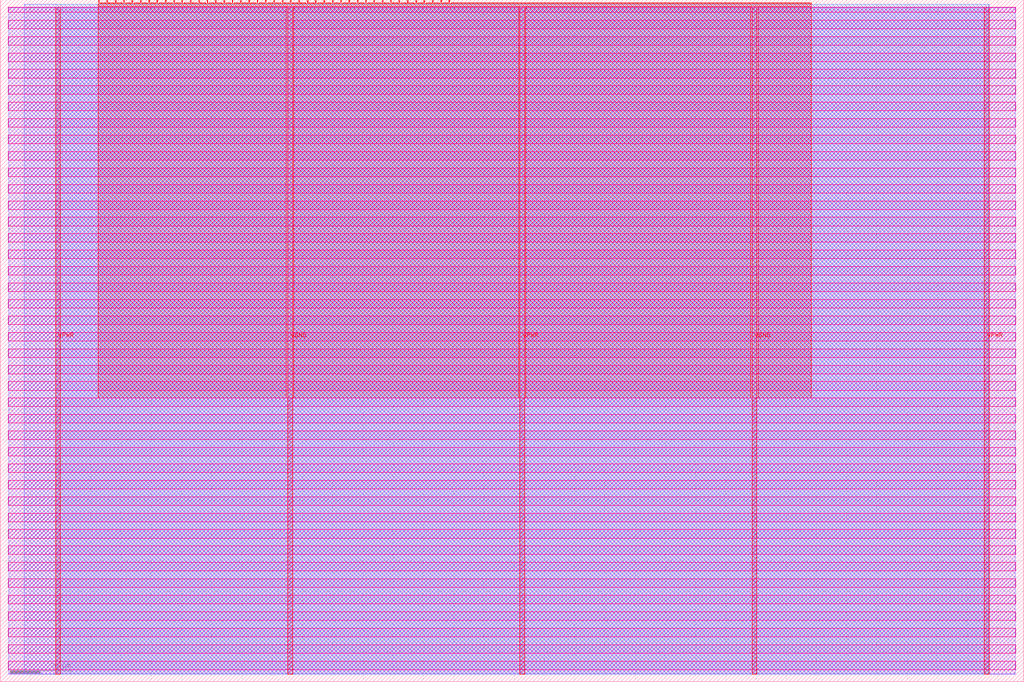
<source format=lef>
VERSION 5.7 ;
  NOWIREEXTENSIONATPIN ON ;
  DIVIDERCHAR "/" ;
  BUSBITCHARS "[]" ;
MACRO tt_um_no_time_for_squares_tommythorn
  CLASS BLOCK ;
  FOREIGN tt_um_no_time_for_squares_tommythorn ;
  ORIGIN 0.000 0.000 ;
  SIZE 338.560 BY 225.760 ;
  PIN VGND
    DIRECTION INOUT ;
    USE GROUND ;
    PORT
      LAYER met4 ;
        RECT 95.080 2.480 96.680 223.280 ;
    END
    PORT
      LAYER met4 ;
        RECT 248.680 2.480 250.280 223.280 ;
    END
  END VGND
  PIN VPWR
    DIRECTION INOUT ;
    USE POWER ;
    PORT
      LAYER met4 ;
        RECT 18.280 2.480 19.880 223.280 ;
    END
    PORT
      LAYER met4 ;
        RECT 171.880 2.480 173.480 223.280 ;
    END
    PORT
      LAYER met4 ;
        RECT 325.480 2.480 327.080 223.280 ;
    END
  END VPWR
  PIN clk
    DIRECTION INPUT ;
    USE SIGNAL ;
    ANTENNAGATEAREA 0.852000 ;
    PORT
      LAYER met4 ;
        RECT 145.670 224.760 145.970 225.760 ;
    END
  END clk
  PIN ena
    DIRECTION INPUT ;
    USE SIGNAL ;
    PORT
      LAYER met4 ;
        RECT 148.430 224.760 148.730 225.760 ;
    END
  END ena
  PIN rst_n
    DIRECTION INPUT ;
    USE SIGNAL ;
    PORT
      LAYER met4 ;
        RECT 142.910 224.760 143.210 225.760 ;
    END
  END rst_n
  PIN ui_in[0]
    DIRECTION INPUT ;
    USE SIGNAL ;
    PORT
      LAYER met4 ;
        RECT 140.150 224.760 140.450 225.760 ;
    END
  END ui_in[0]
  PIN ui_in[1]
    DIRECTION INPUT ;
    USE SIGNAL ;
    PORT
      LAYER met4 ;
        RECT 137.390 224.760 137.690 225.760 ;
    END
  END ui_in[1]
  PIN ui_in[2]
    DIRECTION INPUT ;
    USE SIGNAL ;
    PORT
      LAYER met4 ;
        RECT 134.630 224.760 134.930 225.760 ;
    END
  END ui_in[2]
  PIN ui_in[3]
    DIRECTION INPUT ;
    USE SIGNAL ;
    PORT
      LAYER met4 ;
        RECT 131.870 224.760 132.170 225.760 ;
    END
  END ui_in[3]
  PIN ui_in[4]
    DIRECTION INPUT ;
    USE SIGNAL ;
    PORT
      LAYER met4 ;
        RECT 129.110 224.760 129.410 225.760 ;
    END
  END ui_in[4]
  PIN ui_in[5]
    DIRECTION INPUT ;
    USE SIGNAL ;
    PORT
      LAYER met4 ;
        RECT 126.350 224.760 126.650 225.760 ;
    END
  END ui_in[5]
  PIN ui_in[6]
    DIRECTION INPUT ;
    USE SIGNAL ;
    PORT
      LAYER met4 ;
        RECT 123.590 224.760 123.890 225.760 ;
    END
  END ui_in[6]
  PIN ui_in[7]
    DIRECTION INPUT ;
    USE SIGNAL ;
    PORT
      LAYER met4 ;
        RECT 120.830 224.760 121.130 225.760 ;
    END
  END ui_in[7]
  PIN uio_in[0]
    DIRECTION INPUT ;
    USE SIGNAL ;
    PORT
      LAYER met4 ;
        RECT 118.070 224.760 118.370 225.760 ;
    END
  END uio_in[0]
  PIN uio_in[1]
    DIRECTION INPUT ;
    USE SIGNAL ;
    PORT
      LAYER met4 ;
        RECT 115.310 224.760 115.610 225.760 ;
    END
  END uio_in[1]
  PIN uio_in[2]
    DIRECTION INPUT ;
    USE SIGNAL ;
    PORT
      LAYER met4 ;
        RECT 112.550 224.760 112.850 225.760 ;
    END
  END uio_in[2]
  PIN uio_in[3]
    DIRECTION INPUT ;
    USE SIGNAL ;
    PORT
      LAYER met4 ;
        RECT 109.790 224.760 110.090 225.760 ;
    END
  END uio_in[3]
  PIN uio_in[4]
    DIRECTION INPUT ;
    USE SIGNAL ;
    PORT
      LAYER met4 ;
        RECT 107.030 224.760 107.330 225.760 ;
    END
  END uio_in[4]
  PIN uio_in[5]
    DIRECTION INPUT ;
    USE SIGNAL ;
    PORT
      LAYER met4 ;
        RECT 104.270 224.760 104.570 225.760 ;
    END
  END uio_in[5]
  PIN uio_in[6]
    DIRECTION INPUT ;
    USE SIGNAL ;
    PORT
      LAYER met4 ;
        RECT 101.510 224.760 101.810 225.760 ;
    END
  END uio_in[6]
  PIN uio_in[7]
    DIRECTION INPUT ;
    USE SIGNAL ;
    PORT
      LAYER met4 ;
        RECT 98.750 224.760 99.050 225.760 ;
    END
  END uio_in[7]
  PIN uio_oe[0]
    DIRECTION OUTPUT TRISTATE ;
    USE SIGNAL ;
    PORT
      LAYER met4 ;
        RECT 51.830 224.760 52.130 225.760 ;
    END
  END uio_oe[0]
  PIN uio_oe[1]
    DIRECTION OUTPUT TRISTATE ;
    USE SIGNAL ;
    PORT
      LAYER met4 ;
        RECT 49.070 224.760 49.370 225.760 ;
    END
  END uio_oe[1]
  PIN uio_oe[2]
    DIRECTION OUTPUT TRISTATE ;
    USE SIGNAL ;
    PORT
      LAYER met4 ;
        RECT 46.310 224.760 46.610 225.760 ;
    END
  END uio_oe[2]
  PIN uio_oe[3]
    DIRECTION OUTPUT TRISTATE ;
    USE SIGNAL ;
    PORT
      LAYER met4 ;
        RECT 43.550 224.760 43.850 225.760 ;
    END
  END uio_oe[3]
  PIN uio_oe[4]
    DIRECTION OUTPUT TRISTATE ;
    USE SIGNAL ;
    PORT
      LAYER met4 ;
        RECT 40.790 224.760 41.090 225.760 ;
    END
  END uio_oe[4]
  PIN uio_oe[5]
    DIRECTION OUTPUT TRISTATE ;
    USE SIGNAL ;
    PORT
      LAYER met4 ;
        RECT 38.030 224.760 38.330 225.760 ;
    END
  END uio_oe[5]
  PIN uio_oe[6]
    DIRECTION OUTPUT TRISTATE ;
    USE SIGNAL ;
    PORT
      LAYER met4 ;
        RECT 35.270 224.760 35.570 225.760 ;
    END
  END uio_oe[6]
  PIN uio_oe[7]
    DIRECTION OUTPUT TRISTATE ;
    USE SIGNAL ;
    PORT
      LAYER met4 ;
        RECT 32.510 224.760 32.810 225.760 ;
    END
  END uio_oe[7]
  PIN uio_out[0]
    DIRECTION OUTPUT TRISTATE ;
    USE SIGNAL ;
    PORT
      LAYER met4 ;
        RECT 73.910 224.760 74.210 225.760 ;
    END
  END uio_out[0]
  PIN uio_out[1]
    DIRECTION OUTPUT TRISTATE ;
    USE SIGNAL ;
    PORT
      LAYER met4 ;
        RECT 71.150 224.760 71.450 225.760 ;
    END
  END uio_out[1]
  PIN uio_out[2]
    DIRECTION OUTPUT TRISTATE ;
    USE SIGNAL ;
    PORT
      LAYER met4 ;
        RECT 68.390 224.760 68.690 225.760 ;
    END
  END uio_out[2]
  PIN uio_out[3]
    DIRECTION OUTPUT TRISTATE ;
    USE SIGNAL ;
    PORT
      LAYER met4 ;
        RECT 65.630 224.760 65.930 225.760 ;
    END
  END uio_out[3]
  PIN uio_out[4]
    DIRECTION OUTPUT TRISTATE ;
    USE SIGNAL ;
    PORT
      LAYER met4 ;
        RECT 62.870 224.760 63.170 225.760 ;
    END
  END uio_out[4]
  PIN uio_out[5]
    DIRECTION OUTPUT TRISTATE ;
    USE SIGNAL ;
    PORT
      LAYER met4 ;
        RECT 60.110 224.760 60.410 225.760 ;
    END
  END uio_out[5]
  PIN uio_out[6]
    DIRECTION OUTPUT TRISTATE ;
    USE SIGNAL ;
    PORT
      LAYER met4 ;
        RECT 57.350 224.760 57.650 225.760 ;
    END
  END uio_out[6]
  PIN uio_out[7]
    DIRECTION OUTPUT TRISTATE ;
    USE SIGNAL ;
    PORT
      LAYER met4 ;
        RECT 54.590 224.760 54.890 225.760 ;
    END
  END uio_out[7]
  PIN uo_out[0]
    DIRECTION OUTPUT TRISTATE ;
    USE SIGNAL ;
    ANTENNADIFFAREA 0.445500 ;
    PORT
      LAYER met4 ;
        RECT 95.990 224.760 96.290 225.760 ;
    END
  END uo_out[0]
  PIN uo_out[1]
    DIRECTION OUTPUT TRISTATE ;
    USE SIGNAL ;
    ANTENNADIFFAREA 0.445500 ;
    PORT
      LAYER met4 ;
        RECT 93.230 224.760 93.530 225.760 ;
    END
  END uo_out[1]
  PIN uo_out[2]
    DIRECTION OUTPUT TRISTATE ;
    USE SIGNAL ;
    ANTENNADIFFAREA 0.445500 ;
    PORT
      LAYER met4 ;
        RECT 90.470 224.760 90.770 225.760 ;
    END
  END uo_out[2]
  PIN uo_out[3]
    DIRECTION OUTPUT TRISTATE ;
    USE SIGNAL ;
    ANTENNADIFFAREA 0.795200 ;
    PORT
      LAYER met4 ;
        RECT 87.710 224.760 88.010 225.760 ;
    END
  END uo_out[3]
  PIN uo_out[4]
    DIRECTION OUTPUT TRISTATE ;
    USE SIGNAL ;
    ANTENNADIFFAREA 0.445500 ;
    PORT
      LAYER met4 ;
        RECT 84.950 224.760 85.250 225.760 ;
    END
  END uo_out[4]
  PIN uo_out[5]
    DIRECTION OUTPUT TRISTATE ;
    USE SIGNAL ;
    ANTENNADIFFAREA 0.445500 ;
    PORT
      LAYER met4 ;
        RECT 82.190 224.760 82.490 225.760 ;
    END
  END uo_out[5]
  PIN uo_out[6]
    DIRECTION OUTPUT TRISTATE ;
    USE SIGNAL ;
    ANTENNADIFFAREA 0.445500 ;
    PORT
      LAYER met4 ;
        RECT 79.430 224.760 79.730 225.760 ;
    END
  END uo_out[6]
  PIN uo_out[7]
    DIRECTION OUTPUT TRISTATE ;
    USE SIGNAL ;
    ANTENNADIFFAREA 0.795200 ;
    PORT
      LAYER met4 ;
        RECT 76.670 224.760 76.970 225.760 ;
    END
  END uo_out[7]
  OBS
      LAYER nwell ;
        RECT 2.570 221.625 335.990 223.230 ;
        RECT 2.570 216.185 335.990 219.015 ;
        RECT 2.570 210.745 335.990 213.575 ;
        RECT 2.570 205.305 335.990 208.135 ;
        RECT 2.570 199.865 335.990 202.695 ;
        RECT 2.570 194.425 335.990 197.255 ;
        RECT 2.570 188.985 335.990 191.815 ;
        RECT 2.570 183.545 335.990 186.375 ;
        RECT 2.570 178.105 335.990 180.935 ;
        RECT 2.570 172.665 335.990 175.495 ;
        RECT 2.570 167.225 335.990 170.055 ;
        RECT 2.570 161.785 335.990 164.615 ;
        RECT 2.570 156.345 335.990 159.175 ;
        RECT 2.570 150.905 335.990 153.735 ;
        RECT 2.570 145.465 335.990 148.295 ;
        RECT 2.570 140.025 335.990 142.855 ;
        RECT 2.570 134.585 335.990 137.415 ;
        RECT 2.570 129.145 335.990 131.975 ;
        RECT 2.570 123.705 335.990 126.535 ;
        RECT 2.570 118.265 335.990 121.095 ;
        RECT 2.570 112.825 335.990 115.655 ;
        RECT 2.570 107.385 335.990 110.215 ;
        RECT 2.570 101.945 335.990 104.775 ;
        RECT 2.570 96.505 335.990 99.335 ;
        RECT 2.570 91.065 335.990 93.895 ;
        RECT 2.570 85.625 335.990 88.455 ;
        RECT 2.570 80.185 335.990 83.015 ;
        RECT 2.570 74.745 335.990 77.575 ;
        RECT 2.570 69.305 335.990 72.135 ;
        RECT 2.570 63.865 335.990 66.695 ;
        RECT 2.570 58.425 335.990 61.255 ;
        RECT 2.570 52.985 335.990 55.815 ;
        RECT 2.570 47.545 335.990 50.375 ;
        RECT 2.570 42.105 335.990 44.935 ;
        RECT 2.570 36.665 335.990 39.495 ;
        RECT 2.570 31.225 335.990 34.055 ;
        RECT 2.570 25.785 335.990 28.615 ;
        RECT 2.570 20.345 335.990 23.175 ;
        RECT 2.570 14.905 335.990 17.735 ;
        RECT 2.570 9.465 335.990 12.295 ;
        RECT 2.570 4.025 335.990 6.855 ;
      LAYER li1 ;
        RECT 2.760 2.635 335.800 223.125 ;
      LAYER met1 ;
        RECT 2.760 2.480 335.800 223.280 ;
      LAYER met2 ;
        RECT 7.920 2.535 327.050 224.245 ;
      LAYER met3 ;
        RECT 18.290 2.555 327.070 224.225 ;
      LAYER met4 ;
        RECT 33.210 224.360 34.870 224.760 ;
        RECT 35.970 224.360 37.630 224.760 ;
        RECT 38.730 224.360 40.390 224.760 ;
        RECT 41.490 224.360 43.150 224.760 ;
        RECT 44.250 224.360 45.910 224.760 ;
        RECT 47.010 224.360 48.670 224.760 ;
        RECT 49.770 224.360 51.430 224.760 ;
        RECT 52.530 224.360 54.190 224.760 ;
        RECT 55.290 224.360 56.950 224.760 ;
        RECT 58.050 224.360 59.710 224.760 ;
        RECT 60.810 224.360 62.470 224.760 ;
        RECT 63.570 224.360 65.230 224.760 ;
        RECT 66.330 224.360 67.990 224.760 ;
        RECT 69.090 224.360 70.750 224.760 ;
        RECT 71.850 224.360 73.510 224.760 ;
        RECT 74.610 224.360 76.270 224.760 ;
        RECT 77.370 224.360 79.030 224.760 ;
        RECT 80.130 224.360 81.790 224.760 ;
        RECT 82.890 224.360 84.550 224.760 ;
        RECT 85.650 224.360 87.310 224.760 ;
        RECT 88.410 224.360 90.070 224.760 ;
        RECT 91.170 224.360 92.830 224.760 ;
        RECT 93.930 224.360 95.590 224.760 ;
        RECT 96.690 224.360 98.350 224.760 ;
        RECT 99.450 224.360 101.110 224.760 ;
        RECT 102.210 224.360 103.870 224.760 ;
        RECT 104.970 224.360 106.630 224.760 ;
        RECT 107.730 224.360 109.390 224.760 ;
        RECT 110.490 224.360 112.150 224.760 ;
        RECT 113.250 224.360 114.910 224.760 ;
        RECT 116.010 224.360 117.670 224.760 ;
        RECT 118.770 224.360 120.430 224.760 ;
        RECT 121.530 224.360 123.190 224.760 ;
        RECT 124.290 224.360 125.950 224.760 ;
        RECT 127.050 224.360 128.710 224.760 ;
        RECT 129.810 224.360 131.470 224.760 ;
        RECT 132.570 224.360 134.230 224.760 ;
        RECT 135.330 224.360 136.990 224.760 ;
        RECT 138.090 224.360 139.750 224.760 ;
        RECT 140.850 224.360 142.510 224.760 ;
        RECT 143.610 224.360 145.270 224.760 ;
        RECT 146.370 224.360 148.030 224.760 ;
        RECT 149.130 224.360 268.345 224.760 ;
        RECT 32.495 223.680 268.345 224.360 ;
        RECT 32.495 94.015 94.680 223.680 ;
        RECT 97.080 94.015 171.480 223.680 ;
        RECT 173.880 94.015 248.280 223.680 ;
        RECT 250.680 94.015 268.345 223.680 ;
  END
END tt_um_no_time_for_squares_tommythorn
END LIBRARY


</source>
